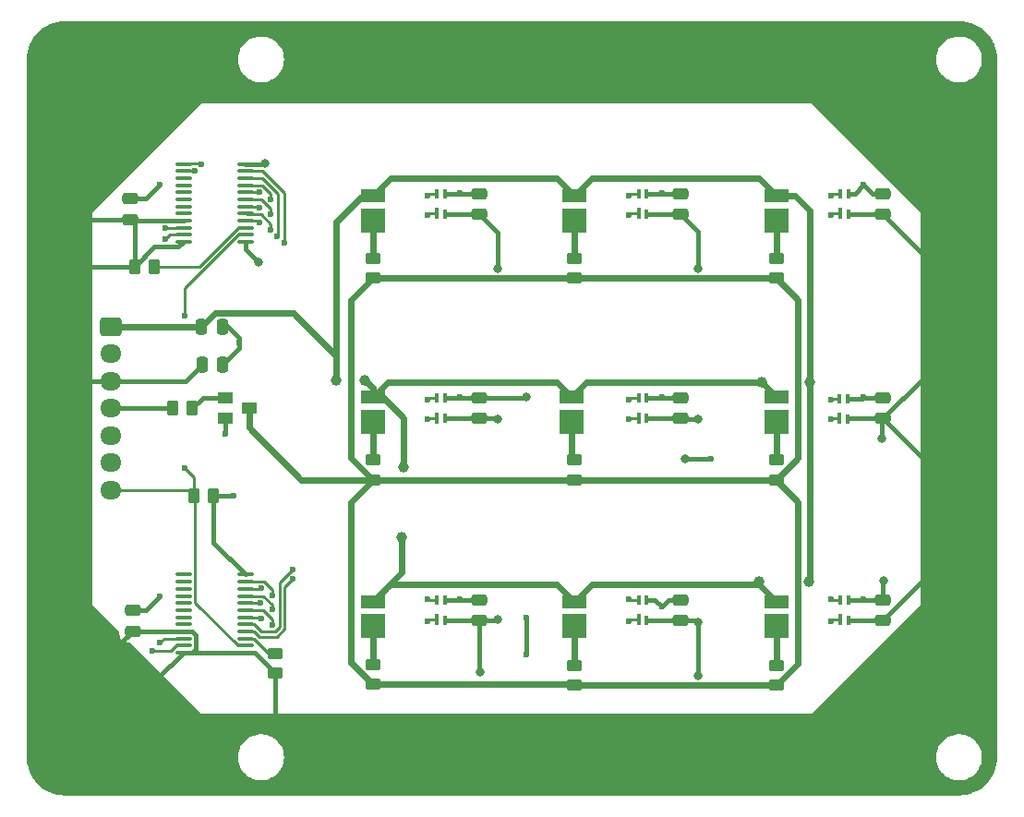
<source format=gbr>
G04 #@! TF.GenerationSoftware,KiCad,Pcbnew,8.0.0*
G04 #@! TF.CreationDate,2025-07-03T23:16:26-06:00*
G04 #@! TF.ProjectId,Color Sensor,436f6c6f-7220-4536-956e-736f722e6b69,rev?*
G04 #@! TF.SameCoordinates,Original*
G04 #@! TF.FileFunction,Copper,L1,Top*
G04 #@! TF.FilePolarity,Positive*
%FSLAX46Y46*%
G04 Gerber Fmt 4.6, Leading zero omitted, Abs format (unit mm)*
G04 Created by KiCad (PCBNEW 8.0.0) date 2025-07-03 23:16:26*
%MOMM*%
%LPD*%
G01*
G04 APERTURE LIST*
G04 Aperture macros list*
%AMRoundRect*
0 Rectangle with rounded corners*
0 $1 Rounding radius*
0 $2 $3 $4 $5 $6 $7 $8 $9 X,Y pos of 4 corners*
0 Add a 4 corners polygon primitive as box body*
4,1,4,$2,$3,$4,$5,$6,$7,$8,$9,$2,$3,0*
0 Add four circle primitives for the rounded corners*
1,1,$1+$1,$2,$3*
1,1,$1+$1,$4,$5*
1,1,$1+$1,$6,$7*
1,1,$1+$1,$8,$9*
0 Add four rect primitives between the rounded corners*
20,1,$1+$1,$2,$3,$4,$5,0*
20,1,$1+$1,$4,$5,$6,$7,0*
20,1,$1+$1,$6,$7,$8,$9,0*
20,1,$1+$1,$8,$9,$2,$3,0*%
G04 Aperture macros list end*
G04 #@! TA.AperFunction,SMDPad,CuDef*
%ADD10R,0.350000X0.900000*%
G04 #@! TD*
G04 #@! TA.AperFunction,SMDPad,CuDef*
%ADD11R,0.350000X1.000000*%
G04 #@! TD*
G04 #@! TA.AperFunction,SMDPad,CuDef*
%ADD12R,2.200000X2.200000*%
G04 #@! TD*
G04 #@! TA.AperFunction,SMDPad,CuDef*
%ADD13R,2.200000X1.250000*%
G04 #@! TD*
G04 #@! TA.AperFunction,SMDPad,CuDef*
%ADD14RoundRect,0.250000X-0.475000X0.250000X-0.475000X-0.250000X0.475000X-0.250000X0.475000X0.250000X0*%
G04 #@! TD*
G04 #@! TA.AperFunction,SMDPad,CuDef*
%ADD15RoundRect,0.250000X-0.450000X0.262500X-0.450000X-0.262500X0.450000X-0.262500X0.450000X0.262500X0*%
G04 #@! TD*
G04 #@! TA.AperFunction,SMDPad,CuDef*
%ADD16RoundRect,0.250000X-0.250000X-0.475000X0.250000X-0.475000X0.250000X0.475000X-0.250000X0.475000X0*%
G04 #@! TD*
G04 #@! TA.AperFunction,SMDPad,CuDef*
%ADD17RoundRect,0.100000X0.637500X0.100000X-0.637500X0.100000X-0.637500X-0.100000X0.637500X-0.100000X0*%
G04 #@! TD*
G04 #@! TA.AperFunction,SMDPad,CuDef*
%ADD18RoundRect,0.250000X0.262500X0.450000X-0.262500X0.450000X-0.262500X-0.450000X0.262500X-0.450000X0*%
G04 #@! TD*
G04 #@! TA.AperFunction,SMDPad,CuDef*
%ADD19R,1.400000X1.000000*%
G04 #@! TD*
G04 #@! TA.AperFunction,ComponentPad*
%ADD20O,1.950000X1.700000*%
G04 #@! TD*
G04 #@! TA.AperFunction,ComponentPad*
%ADD21RoundRect,0.250000X-0.725000X0.600000X-0.725000X-0.600000X0.725000X-0.600000X0.725000X0.600000X0*%
G04 #@! TD*
G04 #@! TA.AperFunction,SMDPad,CuDef*
%ADD22RoundRect,0.250000X-0.262500X-0.450000X0.262500X-0.450000X0.262500X0.450000X-0.262500X0.450000X0*%
G04 #@! TD*
G04 #@! TA.AperFunction,ViaPad*
%ADD23C,0.800000*%
G04 #@! TD*
G04 #@! TA.AperFunction,ViaPad*
%ADD24C,0.600000*%
G04 #@! TD*
G04 #@! TA.AperFunction,ViaPad*
%ADD25C,1.000000*%
G04 #@! TD*
G04 #@! TA.AperFunction,Conductor*
%ADD26C,0.250000*%
G04 #@! TD*
G04 #@! TA.AperFunction,Conductor*
%ADD27C,0.400000*%
G04 #@! TD*
G04 #@! TA.AperFunction,Conductor*
%ADD28C,0.600000*%
G04 #@! TD*
G04 APERTURE END LIST*
D10*
X151000000Y-70050000D03*
X150300000Y-70050000D03*
D11*
X150300000Y-71900000D03*
D10*
X151000000Y-71950000D03*
X169500000Y-70050000D03*
X168800000Y-70050000D03*
D11*
X168800000Y-71900000D03*
D10*
X169500000Y-71950000D03*
X132500000Y-88800000D03*
X131800000Y-88800000D03*
D11*
X131800000Y-90650000D03*
D10*
X132500000Y-90700000D03*
X151000000Y-88800000D03*
X150300000Y-88800000D03*
D11*
X150300000Y-90650000D03*
D10*
X151000000Y-90700000D03*
X169400000Y-88850000D03*
X168700000Y-88850000D03*
D11*
X168700000Y-90700000D03*
D10*
X169400000Y-90750000D03*
X132500000Y-107300000D03*
X131800000Y-107300000D03*
D11*
X131800000Y-109150000D03*
D10*
X132500000Y-109200000D03*
X151000000Y-107300000D03*
X150300000Y-107300000D03*
D11*
X150300000Y-109150000D03*
D10*
X151000000Y-109200000D03*
X169500000Y-107300000D03*
X168800000Y-107300000D03*
D11*
X168800000Y-109150000D03*
D10*
X169500000Y-109200000D03*
X132500000Y-70050000D03*
X131800000Y-70050000D03*
D11*
X131800000Y-71900000D03*
D10*
X132500000Y-71950000D03*
D12*
X125900000Y-72500000D03*
D13*
X125900000Y-70225000D03*
D14*
X135650000Y-70050000D03*
X135650000Y-71950000D03*
D15*
X144400000Y-76000000D03*
X144400000Y-77825000D03*
D12*
X144150000Y-91000000D03*
D13*
X144150000Y-88725000D03*
D15*
X125900000Y-94500000D03*
X125900000Y-96325000D03*
X162900000Y-76000000D03*
X162900000Y-77825000D03*
D14*
X135650000Y-109200000D03*
X135650000Y-107300000D03*
X103900000Y-108300000D03*
X103900000Y-110200000D03*
D15*
X144400000Y-113337500D03*
X144400000Y-115162500D03*
D14*
X154150000Y-88800000D03*
X154150000Y-90700000D03*
D15*
X144400000Y-96325000D03*
X144400000Y-94500000D03*
X162900000Y-113337500D03*
X162900000Y-115162500D03*
D12*
X162900000Y-109750000D03*
D13*
X162900000Y-107475000D03*
D12*
X125900000Y-109750000D03*
D13*
X125900000Y-107475000D03*
D12*
X162900000Y-72500000D03*
D13*
X162900000Y-70225000D03*
D14*
X154150000Y-70050000D03*
X154150000Y-71950000D03*
D16*
X110250000Y-85750000D03*
X112150000Y-85750000D03*
D15*
X125900000Y-113250000D03*
X125900000Y-115075000D03*
D12*
X144400000Y-72500000D03*
D13*
X144400000Y-70225000D03*
D17*
X114262500Y-112158333D03*
X114262500Y-111508333D03*
X114262500Y-110858333D03*
X114262500Y-110208333D03*
X114262500Y-109558333D03*
X114262500Y-108908333D03*
X114262500Y-108258333D03*
X114262500Y-107608333D03*
X114262500Y-106958333D03*
X114262500Y-106308333D03*
X114262500Y-105658333D03*
X114262500Y-105008333D03*
X108537500Y-105008333D03*
X108537500Y-105658333D03*
X108537500Y-106308333D03*
X108537500Y-106958333D03*
X108537500Y-107608333D03*
X108537500Y-108258333D03*
X108537500Y-108908333D03*
X108537500Y-109558333D03*
X108537500Y-110208333D03*
X108537500Y-110858333D03*
X108537500Y-111508333D03*
X108537500Y-112158333D03*
D14*
X154150000Y-109200000D03*
X154150000Y-107300000D03*
D16*
X110200000Y-82250000D03*
X112100000Y-82250000D03*
D15*
X125900000Y-76000000D03*
X125900000Y-77825000D03*
D14*
X172650000Y-70050000D03*
X172650000Y-71950000D03*
X172650000Y-88800000D03*
X172650000Y-90700000D03*
X135650000Y-88800000D03*
X135650000Y-90700000D03*
D12*
X162900000Y-91000000D03*
D13*
X162900000Y-88725000D03*
D14*
X172650000Y-107300000D03*
X172650000Y-109200000D03*
D18*
X107537500Y-89750000D03*
X109362500Y-89750000D03*
D15*
X162900000Y-94500000D03*
X162900000Y-96325000D03*
D14*
X103650000Y-70550000D03*
X103650000Y-72450000D03*
D12*
X125900000Y-91025000D03*
D13*
X125900000Y-88750000D03*
D17*
X114262500Y-74491666D03*
X114262500Y-73841666D03*
X114262500Y-73191666D03*
X114262500Y-72541666D03*
X114262500Y-71891666D03*
X114262500Y-71241666D03*
X114262500Y-70591666D03*
X114262500Y-69941666D03*
X114262500Y-69291666D03*
X114262500Y-68641666D03*
X114262500Y-67991666D03*
X114262500Y-67341666D03*
X108537500Y-67341666D03*
X108537500Y-67991666D03*
X108537500Y-68641666D03*
X108537500Y-69291666D03*
X108537500Y-69941666D03*
X108537500Y-70591666D03*
X108537500Y-71241666D03*
X108537500Y-71891666D03*
X108537500Y-72541666D03*
X108537500Y-73191666D03*
X108537500Y-73841666D03*
X108537500Y-74491666D03*
D18*
X111312500Y-97750000D03*
X109487500Y-97750000D03*
D12*
X144400000Y-109750000D03*
D13*
X144400000Y-107475000D03*
D19*
X114550000Y-89750000D03*
X112350000Y-90700000D03*
X112350000Y-88800000D03*
D20*
X101900000Y-97250000D03*
X101900000Y-94750000D03*
X101900000Y-92250000D03*
X101900000Y-89750000D03*
X101900000Y-87250000D03*
X101900000Y-84750000D03*
D21*
X101900000Y-82250000D03*
D22*
X104037500Y-76750000D03*
X105862500Y-76750000D03*
D15*
X116950000Y-112237500D03*
X116950000Y-114062500D03*
D23*
X116050000Y-67266666D03*
X115450000Y-76350000D03*
D24*
X139950000Y-112350000D03*
X139950000Y-108950000D03*
D23*
X154550000Y-94350000D03*
D24*
X156950000Y-94350000D03*
D23*
X155750000Y-118550000D03*
X155750000Y-114262500D03*
X135950000Y-118550000D03*
X135750000Y-113950000D03*
X172550000Y-92550000D03*
X137350000Y-109150000D03*
X137350000Y-76925000D03*
X137350000Y-90750000D03*
X155750000Y-109350000D03*
X155750000Y-90750000D03*
X155750000Y-76925000D03*
X172750000Y-105550000D03*
X139950000Y-88750000D03*
D25*
X165900000Y-105650000D03*
X161300000Y-105650000D03*
X165950000Y-87350000D03*
X161550000Y-87375000D03*
X128550000Y-101550000D03*
X128750000Y-95150000D03*
D24*
X109575000Y-67941666D03*
X110200000Y-67350000D03*
X117750000Y-74550000D03*
X117150000Y-73950000D03*
D25*
X122550000Y-87150000D03*
X125150000Y-87150000D03*
D24*
X116550000Y-73375000D03*
X115500000Y-72700000D03*
X116550000Y-71975000D03*
X115533330Y-71325000D03*
X116550000Y-70566666D03*
X115541666Y-69941666D03*
X118591942Y-105391942D03*
X118550000Y-104550000D03*
X116650000Y-109625000D03*
X115650000Y-109000000D03*
X115578616Y-107583333D03*
X116650000Y-108208333D03*
X116650000Y-106875000D03*
X115650000Y-106250000D03*
X167900000Y-72000000D03*
X167900000Y-70250000D03*
X149400000Y-72000000D03*
X149400000Y-70250000D03*
X130900000Y-70250000D03*
X130900000Y-72000000D03*
X130900000Y-90750000D03*
X130900000Y-89000000D03*
X149400000Y-90750000D03*
X149400000Y-89000000D03*
X167900000Y-90750000D03*
X167900000Y-89000000D03*
X167900000Y-109250000D03*
X167900000Y-107250000D03*
X149400000Y-109250000D03*
X149400000Y-107250000D03*
X130900000Y-109250000D03*
X130900000Y-107250000D03*
X106400000Y-111250000D03*
X105650000Y-112000000D03*
X106900000Y-74250000D03*
X106900000Y-73250000D03*
X108650000Y-95250000D03*
X108650000Y-81250000D03*
X133900000Y-70000000D03*
X152400000Y-70000000D03*
X170900000Y-69250000D03*
X133900000Y-88750000D03*
X152400000Y-88750000D03*
X170900000Y-88750000D03*
X133900000Y-107250000D03*
X170900000Y-107250000D03*
X152400000Y-107950000D03*
X106400000Y-107000000D03*
X112350000Y-92100000D03*
X113150000Y-97750000D03*
X113650000Y-83750000D03*
X106400000Y-69250000D03*
D26*
X115683880Y-70591666D02*
X114262500Y-70591666D01*
X116550000Y-71457786D02*
X115683880Y-70591666D01*
X116550000Y-71975000D02*
X116550000Y-71457786D01*
X115775550Y-69291666D02*
X114262500Y-69291666D01*
X116550000Y-70066116D02*
X115775550Y-69291666D01*
X116550000Y-70566666D02*
X116550000Y-70066116D01*
X115341666Y-72541666D02*
X114262500Y-72541666D01*
X115500000Y-72700000D02*
X115341666Y-72541666D01*
X115449996Y-71241666D02*
X114262500Y-71241666D01*
X115533330Y-71325000D02*
X115449996Y-71241666D01*
X115541666Y-69941666D02*
X114262500Y-69941666D01*
X117800000Y-109995280D02*
X117800000Y-106183884D01*
X115505270Y-110700000D02*
X117095280Y-110700000D01*
X117800000Y-106183884D02*
X118591942Y-105391942D01*
X115013603Y-110208333D02*
X115505270Y-110700000D01*
X117095280Y-110700000D02*
X117800000Y-109995280D01*
X114262500Y-110208333D02*
X115013603Y-110208333D01*
D27*
X115975000Y-67341666D02*
X114262500Y-67341666D01*
X116050000Y-67266666D02*
X115975000Y-67341666D01*
X114262500Y-75162500D02*
X115450000Y-76350000D01*
X114262500Y-74491666D02*
X114262500Y-75162500D01*
X139950000Y-108950000D02*
X139950000Y-112350000D01*
X152400000Y-107950000D02*
X151750000Y-107300000D01*
X153050000Y-107300000D02*
X154150000Y-107300000D01*
X152400000Y-107950000D02*
X153050000Y-107300000D01*
X151750000Y-107300000D02*
X151000000Y-107300000D01*
X108537500Y-74491666D02*
X108079166Y-74950000D01*
X108079166Y-74950000D02*
X105837500Y-74950000D01*
X105837500Y-74950000D02*
X104037500Y-76750000D01*
X156950000Y-94350000D02*
X154550000Y-94350000D01*
X155750000Y-109350000D02*
X155750000Y-114262500D01*
X135650000Y-113850000D02*
X135750000Y-113950000D01*
X135650000Y-109200000D02*
X135650000Y-113850000D01*
X116950000Y-114062500D02*
X116950000Y-118150000D01*
X106150000Y-114545833D02*
X106150000Y-114550000D01*
X108537500Y-112158333D02*
X106150000Y-114545833D01*
X109675000Y-110548455D02*
X109675000Y-111833333D01*
X109675000Y-111833333D02*
X109350000Y-112158333D01*
X109350000Y-112158333D02*
X108537500Y-112158333D01*
X109334878Y-110208333D02*
X109675000Y-110548455D01*
X108537500Y-110208333D02*
X109334878Y-110208333D01*
X104037500Y-76750000D02*
X99750000Y-76750000D01*
X172550000Y-92550000D02*
X172550000Y-90800000D01*
X137300000Y-109200000D02*
X137350000Y-109150000D01*
X135650000Y-109200000D02*
X137300000Y-109200000D01*
X137350000Y-73650000D02*
X135650000Y-71950000D01*
X137350000Y-76925000D02*
X137350000Y-73650000D01*
X137300000Y-90700000D02*
X137350000Y-90750000D01*
X135650000Y-90700000D02*
X137300000Y-90700000D01*
X155600000Y-109200000D02*
X155750000Y-109350000D01*
X154150000Y-109200000D02*
X155600000Y-109200000D01*
X155750000Y-90750000D02*
X154200000Y-90750000D01*
X155750000Y-73550000D02*
X155750000Y-76925000D01*
X154150000Y-71950000D02*
X155750000Y-73550000D01*
X103650000Y-72450000D02*
X99650000Y-72450000D01*
X99250000Y-87250000D02*
X99150000Y-87150000D01*
X101900000Y-87250000D02*
X99250000Y-87250000D01*
X102750000Y-111350000D02*
X102350000Y-111350000D01*
X103900000Y-110200000D02*
X102750000Y-111350000D01*
X108537500Y-110208333D02*
X103908333Y-110208333D01*
X108537500Y-112158333D02*
X114262500Y-112158333D01*
X115045833Y-112158333D02*
X116950000Y-114062500D01*
X114262500Y-112158333D02*
X115045833Y-112158333D01*
X176350000Y-75650000D02*
X176350000Y-87000000D01*
X172650000Y-71950000D02*
X176350000Y-75650000D01*
X176350000Y-87000000D02*
X172650000Y-90700000D01*
X176350000Y-105500000D02*
X172650000Y-109200000D01*
X176350000Y-94400000D02*
X176350000Y-105500000D01*
X172650000Y-90700000D02*
X176350000Y-94400000D01*
X172650000Y-109200000D02*
X169500000Y-109200000D01*
X154150000Y-109200000D02*
X151000000Y-109200000D01*
X135650000Y-109200000D02*
X132500000Y-109200000D01*
X154150000Y-90700000D02*
X151000000Y-90700000D01*
X172650000Y-90700000D02*
X169450000Y-90700000D01*
X169450000Y-90700000D02*
X169400000Y-90750000D01*
X172650000Y-71950000D02*
X169500000Y-71950000D01*
X154150000Y-71950000D02*
X151000000Y-71950000D01*
X135650000Y-71950000D02*
X132500000Y-71950000D01*
X135700000Y-90700000D02*
X132500000Y-90700000D01*
X108750000Y-87250000D02*
X101900000Y-87250000D01*
X110250000Y-85750000D02*
X108750000Y-87250000D01*
X104037500Y-72837500D02*
X103650000Y-72450000D01*
X104037500Y-76750000D02*
X104037500Y-72837500D01*
X108537500Y-72541666D02*
X103741666Y-72541666D01*
D28*
X114550000Y-91525000D02*
X119350000Y-96325000D01*
X125900000Y-96325000D02*
X119350000Y-96325000D01*
X114550000Y-89750000D02*
X114550000Y-91525000D01*
D27*
X107537500Y-89750000D02*
X101900000Y-89750000D01*
D28*
X111425000Y-81025000D02*
X110200000Y-82250000D01*
X122550000Y-84950000D02*
X118625000Y-81025000D01*
X118625000Y-81025000D02*
X111425000Y-81025000D01*
X125900000Y-70225000D02*
X124975000Y-70225000D01*
X124975000Y-70225000D02*
X122550000Y-72650000D01*
X122550000Y-72650000D02*
X122550000Y-84950000D01*
X122550000Y-87150000D02*
X122550000Y-84950000D01*
X125900000Y-77825000D02*
X144400000Y-77825000D01*
D27*
X172650000Y-105650000D02*
X172750000Y-105550000D01*
X172650000Y-107300000D02*
X172650000Y-105650000D01*
X139900000Y-88800000D02*
X139950000Y-88750000D01*
X135650000Y-88800000D02*
X139900000Y-88800000D01*
D28*
X165950000Y-105600000D02*
X165900000Y-105650000D01*
X165950000Y-87350000D02*
X165950000Y-105600000D01*
X164600000Y-70225000D02*
X165950000Y-71575000D01*
X165950000Y-71575000D02*
X165950000Y-87350000D01*
X162900000Y-70225000D02*
X164600000Y-70225000D01*
X128550000Y-104825000D02*
X127187500Y-106187500D01*
X128550000Y-101550000D02*
X128550000Y-104825000D01*
X127187500Y-106187500D02*
X127500000Y-105875000D01*
X125900000Y-107475000D02*
X127187500Y-106187500D01*
X128750000Y-90675000D02*
X128750000Y-95150000D01*
X125900000Y-88750000D02*
X126825000Y-88750000D01*
X126825000Y-88750000D02*
X128750000Y-90675000D01*
D26*
X110200000Y-67350000D02*
X110166666Y-67316666D01*
X110166666Y-67316666D02*
X108562500Y-67316666D01*
X109274999Y-67991666D02*
X108537500Y-67991666D01*
X109324999Y-67941666D02*
X109274999Y-67991666D01*
X109575000Y-67941666D02*
X109324999Y-67941666D01*
X117775000Y-74525000D02*
X117750000Y-74550000D01*
X115748342Y-67991666D02*
X117775000Y-70018324D01*
X117775000Y-70018324D02*
X117775000Y-74525000D01*
X114262500Y-67991666D02*
X115748342Y-67991666D01*
X117175000Y-73925000D02*
X117150000Y-73950000D01*
X117175000Y-70054720D02*
X117175000Y-73925000D01*
X115761946Y-68641666D02*
X117175000Y-70054720D01*
X114262500Y-68641666D02*
X115761946Y-68641666D01*
D28*
X125900000Y-87900000D02*
X125150000Y-87150000D01*
X125900000Y-88750000D02*
X125900000Y-87900000D01*
D27*
X114262500Y-105008333D02*
X111312500Y-102058333D01*
X111312500Y-102058333D02*
X111312500Y-97750000D01*
D26*
X116550000Y-72858884D02*
X116550000Y-73375000D01*
X115641116Y-71950000D02*
X116550000Y-72858884D01*
X114320834Y-71950000D02*
X115641116Y-71950000D01*
X114999999Y-110858333D02*
X116379166Y-112237500D01*
X114262500Y-110858333D02*
X114999999Y-110858333D01*
X113538605Y-73191666D02*
X114262500Y-73191666D01*
X109980271Y-76750000D02*
X113538605Y-73191666D01*
X105862500Y-76750000D02*
X109980271Y-76750000D01*
X117350000Y-105750000D02*
X118550000Y-104550000D01*
X116908884Y-110250000D02*
X117350000Y-109808884D01*
X115691666Y-110250000D02*
X116908884Y-110250000D01*
X114262500Y-109558333D02*
X114999999Y-109558333D01*
X114999999Y-109558333D02*
X115691666Y-110250000D01*
X117350000Y-109808884D02*
X117350000Y-105750000D01*
X116650000Y-109092217D02*
X116650000Y-109625000D01*
X115816116Y-108258333D02*
X116650000Y-109092217D01*
X114262500Y-108258333D02*
X115816116Y-108258333D01*
X115849449Y-106958333D02*
X114262500Y-106958333D01*
X116650000Y-107758884D02*
X115849449Y-106958333D01*
X116650000Y-108208333D02*
X116650000Y-107758884D01*
X115558333Y-108908333D02*
X114262500Y-108908333D01*
X115650000Y-109000000D02*
X115558333Y-108908333D01*
X115553616Y-107608333D02*
X115578616Y-107583333D01*
X114262500Y-107608333D02*
X115553616Y-107608333D01*
X116650000Y-106366116D02*
X116650000Y-106875000D01*
X115908884Y-105625000D02*
X116650000Y-106366116D01*
X114295833Y-105625000D02*
X115908884Y-105625000D01*
X115591667Y-106308333D02*
X115650000Y-106250000D01*
X114262500Y-106308333D02*
X115591667Y-106308333D01*
X168000000Y-71900000D02*
X167900000Y-72000000D01*
X168800000Y-71900000D02*
X168000000Y-71900000D01*
X168100000Y-70050000D02*
X167900000Y-70250000D01*
X168800000Y-70050000D02*
X168100000Y-70050000D01*
X149500000Y-71900000D02*
X149400000Y-72000000D01*
X150300000Y-71900000D02*
X149500000Y-71900000D01*
X149600000Y-70050000D02*
X149400000Y-70250000D01*
X150300000Y-70050000D02*
X149600000Y-70050000D01*
X131100000Y-70050000D02*
X130900000Y-70250000D01*
X131800000Y-70050000D02*
X131100000Y-70050000D01*
X131000000Y-71900000D02*
X130900000Y-72000000D01*
X131800000Y-71900000D02*
X131000000Y-71900000D01*
X131000000Y-90650000D02*
X130900000Y-90750000D01*
X131800000Y-90650000D02*
X131000000Y-90650000D01*
X131100000Y-88800000D02*
X130900000Y-89000000D01*
X131800000Y-88800000D02*
X131100000Y-88800000D01*
X149500000Y-90650000D02*
X149400000Y-90750000D01*
X150300000Y-90650000D02*
X149500000Y-90650000D01*
X149600000Y-88800000D02*
X149400000Y-89000000D01*
X150300000Y-88800000D02*
X149600000Y-88800000D01*
X167950000Y-90700000D02*
X167900000Y-90750000D01*
X168700000Y-90700000D02*
X167950000Y-90700000D01*
X168050000Y-88850000D02*
X167900000Y-89000000D01*
X168700000Y-88850000D02*
X168050000Y-88850000D01*
X168000000Y-109150000D02*
X167900000Y-109250000D01*
X168800000Y-109150000D02*
X168000000Y-109150000D01*
X167950000Y-107300000D02*
X167900000Y-107250000D01*
X168800000Y-107300000D02*
X167950000Y-107300000D01*
X149500000Y-109150000D02*
X149400000Y-109250000D01*
X150300000Y-109150000D02*
X149500000Y-109150000D01*
X149450000Y-107300000D02*
X149400000Y-107250000D01*
X150300000Y-107300000D02*
X149450000Y-107300000D01*
X131000000Y-109150000D02*
X130900000Y-109250000D01*
X131800000Y-109150000D02*
X131000000Y-109150000D01*
X130950000Y-107300000D02*
X130900000Y-107250000D01*
X131800000Y-107300000D02*
X130950000Y-107300000D01*
X106791667Y-110858333D02*
X106400000Y-111250000D01*
X108537500Y-110858333D02*
X106791667Y-110858333D01*
X107846188Y-111508333D02*
X108537500Y-111508333D01*
X105650000Y-112000000D02*
X107354521Y-112000000D01*
X107354521Y-112000000D02*
X107846188Y-111508333D01*
X107308334Y-73841666D02*
X106900000Y-74250000D01*
X108537500Y-73841666D02*
X107308334Y-73841666D01*
X106958334Y-73191666D02*
X106900000Y-73250000D01*
X108537500Y-73191666D02*
X106958334Y-73191666D01*
X113525001Y-73841666D02*
X108650000Y-78716667D01*
X109487500Y-96087500D02*
X109487500Y-97750000D01*
X108650000Y-95250000D02*
X109487500Y-96087500D01*
X108650000Y-78716667D02*
X108650000Y-81250000D01*
X114262500Y-73841666D02*
X113525001Y-73841666D01*
X109600000Y-107583332D02*
X109600000Y-97862500D01*
X114262500Y-111508333D02*
X113525001Y-111508333D01*
X113525001Y-111508333D02*
X109600000Y-107583332D01*
X108987500Y-97250000D02*
X109487500Y-97750000D01*
X101900000Y-97250000D02*
X108987500Y-97250000D01*
D27*
X133850000Y-107300000D02*
X132500000Y-107300000D01*
X133950000Y-107300000D02*
X135650000Y-107300000D01*
X133900000Y-107250000D02*
X133850000Y-107300000D01*
X133900000Y-107250000D02*
X133950000Y-107300000D01*
X170900000Y-107250000D02*
X170950000Y-107300000D01*
X170950000Y-107300000D02*
X172650000Y-107300000D01*
X170900000Y-107250000D02*
X170850000Y-107300000D01*
X170850000Y-107300000D02*
X169500000Y-107300000D01*
X170950000Y-88800000D02*
X172650000Y-88800000D01*
X170900000Y-88750000D02*
X170950000Y-88800000D01*
X170800000Y-88850000D02*
X169400000Y-88850000D01*
X170900000Y-88750000D02*
X170800000Y-88850000D01*
X152450000Y-88800000D02*
X154150000Y-88800000D01*
X152350000Y-88800000D02*
X151000000Y-88800000D01*
X152400000Y-88750000D02*
X152350000Y-88800000D01*
X152400000Y-88750000D02*
X152450000Y-88800000D01*
X133950000Y-88800000D02*
X135650000Y-88800000D01*
X133900000Y-88750000D02*
X133950000Y-88800000D01*
X133850000Y-88800000D02*
X132500000Y-88800000D01*
X133900000Y-88750000D02*
X133850000Y-88800000D01*
X152450000Y-70050000D02*
X154150000Y-70050000D01*
X152350000Y-70050000D02*
X151000000Y-70050000D01*
X152400000Y-70000000D02*
X152450000Y-70050000D01*
X152400000Y-70000000D02*
X152350000Y-70050000D01*
X133900000Y-70000000D02*
X133850000Y-70050000D01*
X133950000Y-70050000D02*
X135650000Y-70050000D01*
X133850000Y-70050000D02*
X132500000Y-70050000D01*
X133900000Y-70000000D02*
X133950000Y-70050000D01*
D28*
X164900000Y-98325000D02*
X162900000Y-96325000D01*
X164900000Y-113162500D02*
X164900000Y-98325000D01*
X162900000Y-115162500D02*
X164900000Y-113162500D01*
X164900000Y-79825000D02*
X162900000Y-77825000D01*
X164900000Y-94325000D02*
X164900000Y-79825000D01*
X162900000Y-96325000D02*
X164900000Y-94325000D01*
X123900000Y-98325000D02*
X125900000Y-96325000D01*
X123900000Y-113075000D02*
X123900000Y-98325000D01*
X125900000Y-115075000D02*
X123900000Y-113075000D01*
X123900000Y-79825000D02*
X125900000Y-77825000D01*
X123900000Y-94325000D02*
X123900000Y-79825000D01*
X125900000Y-96325000D02*
X123900000Y-94325000D01*
D27*
X105100000Y-108300000D02*
X106400000Y-107000000D01*
X103900000Y-108300000D02*
X105100000Y-108300000D01*
X105100000Y-70550000D02*
X106400000Y-69250000D01*
X103650000Y-70550000D02*
X105100000Y-70550000D01*
X112350000Y-92100000D02*
X112350000Y-90700000D01*
X111312500Y-97750000D02*
X113150000Y-97750000D01*
D28*
X144400000Y-115162500D02*
X162900000Y-115162500D01*
X125900000Y-115075000D02*
X144312500Y-115075000D01*
X144400000Y-96325000D02*
X125900000Y-96325000D01*
X162900000Y-96325000D02*
X144400000Y-96325000D01*
X144400000Y-77825000D02*
X162900000Y-77825000D01*
X161300000Y-105875000D02*
X162900000Y-107475000D01*
X144400000Y-107475000D02*
X146000000Y-105875000D01*
X146000000Y-105875000D02*
X161300000Y-105875000D01*
X142800000Y-105875000D02*
X144400000Y-107475000D01*
X127500000Y-105875000D02*
X142800000Y-105875000D01*
X161550000Y-87375000D02*
X162900000Y-88725000D01*
X144150000Y-88725000D02*
X145500000Y-87375000D01*
X145500000Y-87375000D02*
X161550000Y-87375000D01*
X142800000Y-87375000D02*
X144150000Y-88725000D01*
X127275000Y-87375000D02*
X142800000Y-87375000D01*
X125900000Y-88750000D02*
X127275000Y-87375000D01*
X161300000Y-68625000D02*
X162900000Y-70225000D01*
X146000000Y-68625000D02*
X161300000Y-68625000D01*
X144400000Y-70225000D02*
X146000000Y-68625000D01*
X142800000Y-68625000D02*
X144400000Y-70225000D01*
X127500000Y-68625000D02*
X142800000Y-68625000D01*
X125900000Y-70225000D02*
X127500000Y-68625000D01*
D27*
X110312500Y-88800000D02*
X109362500Y-89750000D01*
X112350000Y-88800000D02*
X110312500Y-88800000D01*
X171700000Y-70050000D02*
X170900000Y-69250000D01*
X172650000Y-70050000D02*
X171700000Y-70050000D01*
X170100000Y-70050000D02*
X170900000Y-69250000D01*
X169500000Y-70050000D02*
X170100000Y-70050000D01*
D28*
X162900000Y-109750000D02*
X162900000Y-113337500D01*
X144400000Y-109750000D02*
X144400000Y-113337500D01*
X125900000Y-109750000D02*
X125900000Y-113250000D01*
X162900000Y-91000000D02*
X162900000Y-94500000D01*
X144150000Y-94250000D02*
X144400000Y-94500000D01*
X144150000Y-91000000D02*
X144150000Y-94250000D01*
X125900000Y-91025000D02*
X125900000Y-94500000D01*
X162900000Y-72500000D02*
X162900000Y-76000000D01*
X144400000Y-72500000D02*
X144400000Y-76000000D01*
X125900000Y-72500000D02*
X125900000Y-76000000D01*
X109700000Y-82250000D02*
X110200000Y-81750000D01*
X101900000Y-82250000D02*
X109700000Y-82250000D01*
D27*
X113650000Y-83300000D02*
X113650000Y-83750000D01*
X112100000Y-81750000D02*
X113650000Y-83300000D01*
X113650000Y-84250000D02*
X113650000Y-83750000D01*
X112150000Y-85750000D02*
X113650000Y-84250000D01*
G04 #@! TA.AperFunction,Conductor*
G36*
X179653032Y-54250648D02*
G01*
X179986929Y-54267052D01*
X179999037Y-54268245D01*
X180102146Y-54283539D01*
X180326699Y-54316849D01*
X180338617Y-54319219D01*
X180659951Y-54399709D01*
X180671588Y-54403240D01*
X180742806Y-54428722D01*
X180983467Y-54514832D01*
X180994688Y-54519479D01*
X181294163Y-54661120D01*
X181304871Y-54666844D01*
X181588988Y-54837137D01*
X181599106Y-54843897D01*
X181865170Y-55041224D01*
X181874576Y-55048944D01*
X182120013Y-55271395D01*
X182128604Y-55279986D01*
X182315755Y-55486475D01*
X182351055Y-55525423D01*
X182358775Y-55534829D01*
X182556102Y-55800893D01*
X182562862Y-55811011D01*
X182691776Y-56026092D01*
X182733148Y-56095116D01*
X182738885Y-56105848D01*
X182880514Y-56405297D01*
X182885170Y-56416540D01*
X182996759Y-56728411D01*
X183000292Y-56740055D01*
X183080777Y-57061369D01*
X183083151Y-57073305D01*
X183131754Y-57400962D01*
X183132947Y-57413071D01*
X183149351Y-57746966D01*
X183149500Y-57753051D01*
X183149500Y-121746948D01*
X183149351Y-121753033D01*
X183132947Y-122086928D01*
X183131754Y-122099037D01*
X183083151Y-122426694D01*
X183080777Y-122438630D01*
X183000292Y-122759944D01*
X182996759Y-122771588D01*
X182885170Y-123083459D01*
X182880514Y-123094702D01*
X182738885Y-123394151D01*
X182733148Y-123404883D01*
X182562862Y-123688988D01*
X182556102Y-123699106D01*
X182358775Y-123965170D01*
X182351055Y-123974576D01*
X182128611Y-124220006D01*
X182120006Y-124228611D01*
X181874576Y-124451055D01*
X181865170Y-124458775D01*
X181599106Y-124656102D01*
X181588988Y-124662862D01*
X181304883Y-124833148D01*
X181294151Y-124838885D01*
X180994702Y-124980514D01*
X180983459Y-124985170D01*
X180671588Y-125096759D01*
X180659944Y-125100292D01*
X180338630Y-125180777D01*
X180326694Y-125183151D01*
X179999037Y-125231754D01*
X179986928Y-125232947D01*
X179671989Y-125248419D01*
X179653031Y-125249351D01*
X179646949Y-125249500D01*
X97653051Y-125249500D01*
X97646968Y-125249351D01*
X97626900Y-125248365D01*
X97313071Y-125232947D01*
X97300962Y-125231754D01*
X96973305Y-125183151D01*
X96961369Y-125180777D01*
X96640055Y-125100292D01*
X96628411Y-125096759D01*
X96316540Y-124985170D01*
X96305301Y-124980515D01*
X96005844Y-124838883D01*
X95995121Y-124833150D01*
X95711011Y-124662862D01*
X95700893Y-124656102D01*
X95434829Y-124458775D01*
X95425423Y-124451055D01*
X95386475Y-124415755D01*
X95179986Y-124228604D01*
X95171395Y-124220013D01*
X94948944Y-123974576D01*
X94941224Y-123965170D01*
X94743897Y-123699106D01*
X94737137Y-123688988D01*
X94695407Y-123619365D01*
X94566844Y-123404871D01*
X94561120Y-123394163D01*
X94419479Y-123094688D01*
X94414829Y-123083459D01*
X94413126Y-123078700D01*
X94303240Y-122771588D01*
X94299707Y-122759944D01*
X94219219Y-122438617D01*
X94216848Y-122426694D01*
X94200730Y-122318037D01*
X94168245Y-122099037D01*
X94167052Y-122086927D01*
X94150649Y-121753032D01*
X94150575Y-121750000D01*
X113544592Y-121750000D01*
X113564201Y-122036680D01*
X113564201Y-122036684D01*
X113564202Y-122036686D01*
X113577159Y-122099037D01*
X113622666Y-122318034D01*
X113622667Y-122318037D01*
X113718894Y-122588793D01*
X113718893Y-122588793D01*
X113851098Y-122843935D01*
X114016812Y-123078700D01*
X114101923Y-123169831D01*
X114212947Y-123288708D01*
X114342554Y-123394151D01*
X114435853Y-123470055D01*
X114681382Y-123619365D01*
X114864967Y-123699106D01*
X114944942Y-123733844D01*
X115221642Y-123811371D01*
X115471920Y-123845771D01*
X115506321Y-123850500D01*
X115506322Y-123850500D01*
X115793679Y-123850500D01*
X115824370Y-123846281D01*
X116078358Y-123811371D01*
X116355058Y-123733844D01*
X116468015Y-123684779D01*
X116618617Y-123619365D01*
X116618620Y-123619363D01*
X116618625Y-123619361D01*
X116864147Y-123470055D01*
X117087053Y-123288708D01*
X117283189Y-123078698D01*
X117448901Y-122843936D01*
X117581104Y-122588797D01*
X117677334Y-122318032D01*
X117735798Y-122036686D01*
X117755408Y-121750000D01*
X177544592Y-121750000D01*
X177564201Y-122036680D01*
X177564201Y-122036684D01*
X177564202Y-122036686D01*
X177577159Y-122099037D01*
X177622666Y-122318034D01*
X177622667Y-122318037D01*
X177718894Y-122588793D01*
X177718893Y-122588793D01*
X177851098Y-122843935D01*
X178016812Y-123078700D01*
X178101923Y-123169831D01*
X178212947Y-123288708D01*
X178342554Y-123394151D01*
X178435853Y-123470055D01*
X178681382Y-123619365D01*
X178864967Y-123699106D01*
X178944942Y-123733844D01*
X179221642Y-123811371D01*
X179471920Y-123845771D01*
X179506321Y-123850500D01*
X179506322Y-123850500D01*
X179793679Y-123850500D01*
X179824370Y-123846281D01*
X180078358Y-123811371D01*
X180355058Y-123733844D01*
X180468015Y-123684779D01*
X180618617Y-123619365D01*
X180618620Y-123619363D01*
X180618625Y-123619361D01*
X180864147Y-123470055D01*
X181087053Y-123288708D01*
X181283189Y-123078698D01*
X181448901Y-122843936D01*
X181581104Y-122588797D01*
X181677334Y-122318032D01*
X181735798Y-122036686D01*
X181755408Y-121750000D01*
X181735798Y-121463314D01*
X181677334Y-121181968D01*
X181581105Y-120911206D01*
X181581106Y-120911206D01*
X181448901Y-120656064D01*
X181283187Y-120421299D01*
X181204554Y-120337105D01*
X181087053Y-120211292D01*
X180864147Y-120029945D01*
X180864146Y-120029944D01*
X180618617Y-119880634D01*
X180355063Y-119766158D01*
X180355061Y-119766157D01*
X180355058Y-119766156D01*
X180225578Y-119729877D01*
X180078364Y-119688630D01*
X180078359Y-119688629D01*
X180078358Y-119688629D01*
X179936018Y-119669064D01*
X179793679Y-119649500D01*
X179793678Y-119649500D01*
X179506322Y-119649500D01*
X179506321Y-119649500D01*
X179221642Y-119688629D01*
X179221635Y-119688630D01*
X179013861Y-119746845D01*
X178944942Y-119766156D01*
X178944939Y-119766156D01*
X178944936Y-119766158D01*
X178944935Y-119766158D01*
X178681382Y-119880634D01*
X178435853Y-120029944D01*
X178212950Y-120211289D01*
X178016812Y-120421299D01*
X177851098Y-120656064D01*
X177718894Y-120911206D01*
X177622667Y-121181962D01*
X177622666Y-121181965D01*
X177564201Y-121463319D01*
X177544592Y-121750000D01*
X117755408Y-121750000D01*
X117735798Y-121463314D01*
X117677334Y-121181968D01*
X117581105Y-120911206D01*
X117581106Y-120911206D01*
X117448901Y-120656064D01*
X117283187Y-120421299D01*
X117204554Y-120337105D01*
X117087053Y-120211292D01*
X116864147Y-120029945D01*
X116864146Y-120029944D01*
X116618617Y-119880634D01*
X116355063Y-119766158D01*
X116355061Y-119766157D01*
X116355058Y-119766156D01*
X116225578Y-119729877D01*
X116078364Y-119688630D01*
X116078359Y-119688629D01*
X116078358Y-119688629D01*
X115936018Y-119669064D01*
X115793679Y-119649500D01*
X115793678Y-119649500D01*
X115506322Y-119649500D01*
X115506321Y-119649500D01*
X115221642Y-119688629D01*
X115221635Y-119688630D01*
X115013861Y-119746845D01*
X114944942Y-119766156D01*
X114944939Y-119766156D01*
X114944936Y-119766158D01*
X114944935Y-119766158D01*
X114681382Y-119880634D01*
X114435853Y-120029944D01*
X114212950Y-120211289D01*
X114016812Y-120421299D01*
X113851098Y-120656064D01*
X113718894Y-120911206D01*
X113622667Y-121181962D01*
X113622666Y-121181965D01*
X113564201Y-121463319D01*
X113544592Y-121750000D01*
X94150575Y-121750000D01*
X94150500Y-121746948D01*
X94150500Y-107750000D01*
X100150000Y-107750000D01*
X102638681Y-110238681D01*
X102672166Y-110300004D01*
X102675000Y-110326361D01*
X102675000Y-110499970D01*
X102675001Y-110499987D01*
X102685494Y-110602697D01*
X102740641Y-110769119D01*
X102740643Y-110769124D01*
X102832684Y-110918345D01*
X102956654Y-111042315D01*
X103105875Y-111134356D01*
X103105880Y-111134358D01*
X103272302Y-111189505D01*
X103272309Y-111189506D01*
X103375019Y-111199999D01*
X103548636Y-111199999D01*
X103615676Y-111219683D01*
X103636318Y-111236318D01*
X110150000Y-117750000D01*
X166150000Y-117750000D01*
X176150000Y-107750000D01*
X176150000Y-71750000D01*
X166150000Y-61750000D01*
X110150000Y-61750000D01*
X110149999Y-61750000D01*
X100150000Y-71749999D01*
X100150000Y-107750000D01*
X94150500Y-107750000D01*
X94150500Y-57753051D01*
X94150575Y-57750000D01*
X113544592Y-57750000D01*
X113564201Y-58036680D01*
X113622666Y-58318034D01*
X113622667Y-58318037D01*
X113718894Y-58588793D01*
X113718893Y-58588793D01*
X113851098Y-58843935D01*
X114016812Y-59078700D01*
X114101923Y-59169831D01*
X114212947Y-59288708D01*
X114435853Y-59470055D01*
X114681382Y-59619365D01*
X114868237Y-59700526D01*
X114944942Y-59733844D01*
X115221642Y-59811371D01*
X115471920Y-59845771D01*
X115506321Y-59850500D01*
X115506322Y-59850500D01*
X115793679Y-59850500D01*
X115824370Y-59846281D01*
X116078358Y-59811371D01*
X116355058Y-59733844D01*
X116468015Y-59684779D01*
X116618617Y-59619365D01*
X116618620Y-59619363D01*
X116618625Y-59619361D01*
X116864147Y-59470055D01*
X117087053Y-59288708D01*
X117283189Y-59078698D01*
X117448901Y-58843936D01*
X117581104Y-58588797D01*
X117677334Y-58318032D01*
X117735798Y-58036686D01*
X117755408Y-57750000D01*
X177544592Y-57750000D01*
X177564201Y-58036680D01*
X177622666Y-58318034D01*
X177622667Y-58318037D01*
X177718894Y-58588793D01*
X177718893Y-58588793D01*
X177851098Y-58843935D01*
X178016812Y-59078700D01*
X178101923Y-59169831D01*
X178212947Y-59288708D01*
X178435853Y-59470055D01*
X178681382Y-59619365D01*
X178868237Y-59700526D01*
X178944942Y-59733844D01*
X179221642Y-59811371D01*
X179471920Y-59845771D01*
X179506321Y-59850500D01*
X179506322Y-59850500D01*
X179793679Y-59850500D01*
X179824370Y-59846281D01*
X180078358Y-59811371D01*
X180355058Y-59733844D01*
X180468015Y-59684779D01*
X180618617Y-59619365D01*
X180618620Y-59619363D01*
X180618625Y-59619361D01*
X180864147Y-59470055D01*
X181087053Y-59288708D01*
X181283189Y-59078698D01*
X181448901Y-58843936D01*
X181581104Y-58588797D01*
X181677334Y-58318032D01*
X181735798Y-58036686D01*
X181755408Y-57750000D01*
X181735798Y-57463314D01*
X181677334Y-57181968D01*
X181581105Y-56911206D01*
X181581106Y-56911206D01*
X181448901Y-56656064D01*
X181283187Y-56421299D01*
X181204554Y-56337105D01*
X181087053Y-56211292D01*
X180864147Y-56029945D01*
X180864146Y-56029944D01*
X180618617Y-55880634D01*
X180355063Y-55766158D01*
X180355061Y-55766157D01*
X180355058Y-55766156D01*
X180225578Y-55729877D01*
X180078364Y-55688630D01*
X180078359Y-55688629D01*
X180078358Y-55688629D01*
X179936018Y-55669064D01*
X179793679Y-55649500D01*
X179793678Y-55649500D01*
X179506322Y-55649500D01*
X179506321Y-55649500D01*
X179221642Y-55688629D01*
X179221635Y-55688630D01*
X179013861Y-55746845D01*
X178944942Y-55766156D01*
X178944939Y-55766156D01*
X178944936Y-55766158D01*
X178944935Y-55766158D01*
X178681382Y-55880634D01*
X178435853Y-56029944D01*
X178212950Y-56211289D01*
X178016812Y-56421299D01*
X177851098Y-56656064D01*
X177718894Y-56911206D01*
X177622667Y-57181962D01*
X177622666Y-57181965D01*
X177564201Y-57463319D01*
X177544592Y-57750000D01*
X117755408Y-57750000D01*
X117735798Y-57463314D01*
X117677334Y-57181968D01*
X117581105Y-56911206D01*
X117581106Y-56911206D01*
X117448901Y-56656064D01*
X117283187Y-56421299D01*
X117204554Y-56337105D01*
X117087053Y-56211292D01*
X116864147Y-56029945D01*
X116864146Y-56029944D01*
X116618617Y-55880634D01*
X116355063Y-55766158D01*
X116355061Y-55766157D01*
X116355058Y-55766156D01*
X116225578Y-55729877D01*
X116078364Y-55688630D01*
X116078359Y-55688629D01*
X116078358Y-55688629D01*
X115936018Y-55669064D01*
X115793679Y-55649500D01*
X115793678Y-55649500D01*
X115506322Y-55649500D01*
X115506321Y-55649500D01*
X115221642Y-55688629D01*
X115221635Y-55688630D01*
X115013861Y-55746845D01*
X114944942Y-55766156D01*
X114944939Y-55766156D01*
X114944936Y-55766158D01*
X114944935Y-55766158D01*
X114681382Y-55880634D01*
X114435853Y-56029944D01*
X114212950Y-56211289D01*
X114016812Y-56421299D01*
X113851098Y-56656064D01*
X113718894Y-56911206D01*
X113622667Y-57181962D01*
X113622666Y-57181965D01*
X113564201Y-57463319D01*
X113544592Y-57750000D01*
X94150575Y-57750000D01*
X94150649Y-57746967D01*
X94167052Y-57413072D01*
X94168245Y-57400962D01*
X94175387Y-57352815D01*
X94216849Y-57073296D01*
X94219218Y-57061385D01*
X94299710Y-56740043D01*
X94303240Y-56728411D01*
X94329439Y-56655190D01*
X94414835Y-56416525D01*
X94419476Y-56405318D01*
X94561124Y-56105828D01*
X94566840Y-56095136D01*
X94737145Y-55810998D01*
X94743888Y-55800905D01*
X94941232Y-55534818D01*
X94948935Y-55525433D01*
X95171405Y-55279975D01*
X95179975Y-55271405D01*
X95425433Y-55048935D01*
X95434818Y-55041232D01*
X95700905Y-54843888D01*
X95710998Y-54837145D01*
X95995136Y-54666840D01*
X96005828Y-54661124D01*
X96305318Y-54519476D01*
X96316525Y-54514835D01*
X96628412Y-54403239D01*
X96640043Y-54399710D01*
X96961385Y-54319218D01*
X96973296Y-54316849D01*
X97300962Y-54268244D01*
X97313068Y-54267052D01*
X97646967Y-54250648D01*
X97653051Y-54250500D01*
X97715892Y-54250500D01*
X179584108Y-54250500D01*
X179646949Y-54250500D01*
X179653032Y-54250648D01*
G37*
G04 #@! TD.AperFunction*
M02*

</source>
